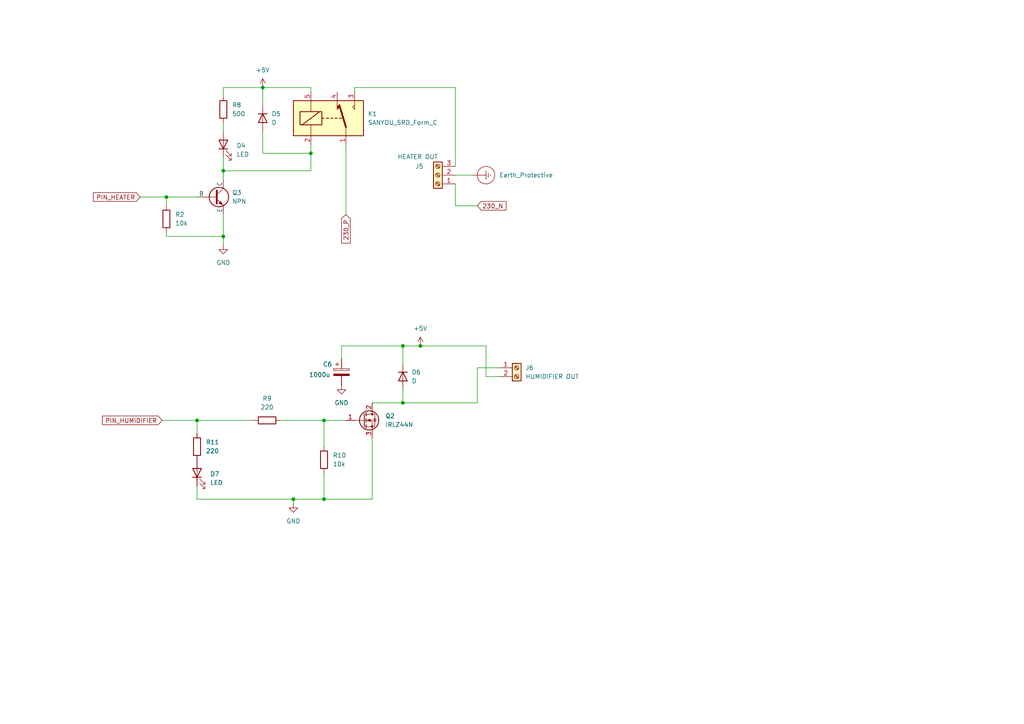
<source format=kicad_sch>
(kicad_sch (version 20231120) (generator "eeschema") (generator_version "8.0")
  (paper "A4")
  (lib_symbols
    (symbol "Connector:Screw_Terminal_01x02" (pin_names (offset 1.016) hide)
      (property "Reference" "J" (at 0 2.54 0))
      (property "Value" "Screw_Terminal_01x02" (at 0 -5.08 0))
      (symbol "Screw_Terminal_01x02_1_1"
        (rectangle (start -1.27 1.27) (end 1.27 -3.81) (stroke (width 0.254)) (fill (type background)))
        (circle (center 0 -2.54) (radius 0.635) (stroke (width 0.1524)))
        (polyline (pts (xy -0.5334 -2.2098) (xy 0.3302 -3.048)) (stroke (width 0.1524)))
        (polyline (pts (xy -0.5334 0.3302) (xy 0.3302 -0.508)) (stroke (width 0.1524)))
        (polyline (pts (xy -0.3556 -2.032) (xy 0.508 -2.8702)) (stroke (width 0.1524)))
        (polyline (pts (xy -0.3556 0.508) (xy 0.508 -0.3302)) (stroke (width 0.1524)))
        (circle (center 0 0) (radius 0.635) (stroke (width 0.1524)))
        (pin passive line (at -5.08 0 0) (length 3.81) (name "Pin_1") (number "1"))
        (pin passive line (at -5.08 -2.54 0) (length 3.81) (name "Pin_2") (number "2"))
      )
    )
    (symbol "Connector:Screw_Terminal_01x03" (pin_names (offset 1.016) hide)
      (property "Reference" "J" (at 0 5.08 0))
      (property "Value" "Screw_Terminal_01x03" (at 0 -5.08 0))
      (symbol "Screw_Terminal_01x03_1_1"
        (rectangle (start -1.27 3.81) (end 1.27 -3.81) (stroke (width 0.254)) (fill (type background)))
        (circle (center 0 -2.54) (radius 0.635) (stroke (width 0.1524)))
        (polyline (pts (xy -0.5334 -2.2098) (xy 0.3302 -3.048)) (stroke (width 0.1524)))
        (polyline (pts (xy -0.5334 0.3302) (xy 0.3302 -0.508)) (stroke (width 0.1524)))
        (polyline (pts (xy -0.5334 2.8702) (xy 0.3302 2.032)) (stroke (width 0.1524)))
        (polyline (pts (xy -0.3556 -2.032) (xy 0.508 -2.8702)) (stroke (width 0.1524)))
        (polyline (pts (xy -0.3556 0.508) (xy 0.508 -0.3302)) (stroke (width 0.1524)))
        (polyline (pts (xy -0.3556 3.048) (xy 0.508 2.2098)) (stroke (width 0.1524)))
        (circle (center 0 0) (radius 0.635) (stroke (width 0.1524)))
        (circle (center 0 2.54) (radius 0.635) (stroke (width 0.1524)))
        (pin passive line (at -5.08 2.54 0) (length 3.81) (name "Pin_1") (number "1"))
        (pin passive line (at -5.08 0 0) (length 3.81) (name "Pin_2") (number "2"))
        (pin passive line (at -5.08 -2.54 0) (length 3.81) (name "Pin_3") (number "3"))
      )
    )
    (symbol "Device:C_Polarized" (pin_numbers hide) (pin_names (offset 0.254))
      (property "Reference" "C" (at 0.635 2.54 0))
      (property "Value" "C_Polarized" (at 0.635 -2.54 0))
      (symbol "C_Polarized_0_1"
        (rectangle (start -2.286 0.508) (end 2.286 1.016))
        (polyline (pts (xy -1.778 2.286) (xy -0.762 2.286)))
        (polyline (pts (xy -1.27 2.794) (xy -1.27 1.778)))
        (rectangle (start 2.286 -0.508) (end -2.286 -1.016) (fill (type outline)))
      )
      (symbol "C_Polarized_1_1"
        (pin passive line (at 0 3.81 270) (length 2.794) (name "~") (number "1"))
        (pin passive line (at 0 -3.81 90) (length 2.794) (name "~") (number "2"))
      )
    )
    (symbol "Device:D" (pin_numbers hide) (pin_names (offset 1.016) hide)
      (property "Reference" "D" (at 0 2.54 0))
      (property "Value" "D" (at 0 -2.54 0))
      (symbol "D_0_1"
        (polyline (pts (xy -1.27 1.27) (xy -1.27 -1.27)) (stroke (width 0.254)))
        (polyline (pts (xy 1.27 0) (xy -1.27 0)))
        (polyline (pts (xy 1.27 1.27) (xy 1.27 -1.27) (xy -1.27 0) (xy 1.27 1.27)) (stroke (width 0.254)))
      )
      (symbol "D_1_1"
        (pin passive line (at -3.81 0 0) (length 2.54) (name "K") (number "1"))
        (pin passive line (at 3.81 0 180) (length 2.54) (name "A") (number "2"))
      )
    )
    (symbol "Device:LED" (pin_numbers hide) (pin_names (offset 1.016) hide)
      (property "Reference" "D" (at 0 2.54 0))
      (property "Value" "LED" (at 0 -2.54 0))
      (symbol "LED_0_1"
        (polyline (pts (xy -1.27 -1.27) (xy -1.27 1.27)) (stroke (width 0.254)))
        (polyline (pts (xy -1.27 0) (xy 1.27 0)))
        (polyline (pts (xy 1.27 -1.27) (xy 1.27 1.27) (xy -1.27 0) (xy 1.27 -1.27)) (stroke (width 0.254)))
        (polyline (pts (xy -3.048 -0.762) (xy -4.572 -2.286) (xy -3.81 -2.286) (xy -4.572 -2.286) (xy -4.572 -1.524)))
        (polyline (pts (xy -1.778 -0.762) (xy -3.302 -2.286) (xy -2.54 -2.286) (xy -3.302 -2.286) (xy -3.302 -1.524)))
      )
      (symbol "LED_1_1"
        (pin passive line (at -3.81 0 0) (length 2.54) (name "K") (number "1"))
        (pin passive line (at 3.81 0 180) (length 2.54) (name "A") (number "2"))
      )
    )
    (symbol "Device:R" (pin_numbers hide) (pin_names (offset 0))
      (property "Reference" "R" (at 2.032 0 90))
      (property "Value" "R" (at 0 0 90))
      (symbol "R_0_1"
        (rectangle (start -1.016 -2.54) (end 1.016 2.54) (stroke (width 0.254)))
      )
      (symbol "R_1_1"
        (pin passive line (at 0 3.81 270) (length 1.27) (name "~") (number "1"))
        (pin passive line (at 0 -3.81 90) (length 1.27) (name "~") (number "2"))
      )
    )
    (symbol "Relay:SANYOU_SRD_Form_C"
      (property "Reference" "K" (at 11.43 3.81 0))
      (property "Value" "SANYOU_SRD_Form_C" (at 11.43 1.27 0))
      (symbol "SANYOU_SRD_Form_C_0_0"
        (polyline (pts (xy 7.62 5.08) (xy 7.62 2.54) (xy 6.985 3.175) (xy 7.62 3.81)))
      )
      (symbol "SANYOU_SRD_Form_C_0_1"
        (rectangle (start -10.16 5.08) (end 10.16 -5.08) (stroke (width 0.254)) (fill (type background)))
        (rectangle (start -8.255 1.905) (end -1.905 -1.905) (stroke (width 0.254)))
        (polyline (pts (xy -7.62 -1.905) (xy -2.54 1.905)) (stroke (width 0.254)))
        (polyline (pts (xy -5.08 -5.08) (xy -5.08 -1.905)))
        (polyline (pts (xy -5.08 5.08) (xy -5.08 1.905)))
        (polyline (pts (xy -1.905 0) (xy -1.27 0)) (stroke (width 0.254)))
        (polyline (pts (xy -0.635 0) (xy 0 0)) (stroke (width 0.254)))
        (polyline (pts (xy 0.635 0) (xy 1.27 0)) (stroke (width 0.254)))
        (polyline (pts (xy 1.905 0) (xy 2.54 0)) (stroke (width 0.254)))
        (polyline (pts (xy 3.175 0) (xy 3.81 0)) (stroke (width 0.254)))
        (polyline (pts (xy 5.08 -2.54) (xy 3.175 3.81)) (stroke (width 0.508)))
        (polyline (pts (xy 5.08 -2.54) (xy 5.08 -5.08)))
      )
      (symbol "SANYOU_SRD_Form_C_1_1"
        (polyline (pts (xy 2.54 3.81) (xy 3.175 3.175) (xy 2.54 2.54) (xy 2.54 5.08)) (fill (type outline)))
        (pin passive line (at 5.08 -7.62 90) (length 2.54) (name "~") (number "1"))
        (pin passive line (at -5.08 -7.62 90) (length 2.54) (name "~") (number "2"))
        (pin passive line (at 7.62 7.62 270) (length 2.54) (name "~") (number "3"))
        (pin passive line (at 2.54 7.62 270) (length 2.54) (name "~") (number "4"))
        (pin passive line (at -5.08 7.62 270) (length 2.54) (name "~") (number "5"))
      )
    )
    (symbol "Simulation_SPICE:NPN" (pin_numbers hide) (pin_names (offset 0))
      (property "Reference" "Q" (at -2.54 7.62 0))
      (property "Value" "NPN" (at -2.54 5.08 0))
      (symbol "NPN_0_1"
        (polyline (pts (xy -2.54 0) (xy 0.635 0)) (stroke (width 0.1524)))
        (polyline (pts (xy 0.635 0.635) (xy 2.54 2.54)))
        (polyline (pts (xy 2.794 -1.27) (xy 2.794 -1.27)) (stroke (width 0.1524)))
        (polyline (pts (xy 2.794 -1.27) (xy 2.794 -1.27)) (stroke (width 0.1524)))
        (polyline (pts (xy 0.635 -0.635) (xy 2.54 -2.54) (xy 2.54 -2.54)))
        (polyline (pts (xy 0.635 1.905) (xy 0.635 -1.905) (xy 0.635 -1.905)) (stroke (width 0.508)))
        (polyline (pts (xy 1.27 -1.778) (xy 1.778 -1.27) (xy 2.286 -2.286) (xy 1.27 -1.778) (xy 1.27 -1.778)) (fill (type outline)))
        (circle (center 1.27 0) (radius 2.8194) (stroke (width 0.254)))
      )
      (symbol "NPN_1_1"
        (pin open_collector line (at 2.54 5.08 270) (length 2.54) (name "C") (number "1"))
        (pin input line (at -5.08 0 0) (length 2.54) (name "B") (number "2"))
        (pin open_emitter line (at 2.54 -5.08 90) (length 2.54) (name "E") (number "3"))
      )
    )
    (symbol "Transistor_FET:IRLZ44N" (pin_names hide)
      (property "Reference" "Q" (at 5.08 1.905 0))
      (property "Value" "IRLZ44N" (at 5.08 0 0))
      (symbol "IRLZ44N_0_1"
        (polyline (pts (xy 0.254 0) (xy -2.54 0)))
        (polyline (pts (xy 0.254 1.905) (xy 0.254 -1.905)) (stroke (width 0.254)))
        (polyline (pts (xy 0.762 -1.27) (xy 0.762 -2.286)) (stroke (width 0.254)))
        (polyline (pts (xy 0.762 0.508) (xy 0.762 -0.508)) (stroke (width 0.254)))
        (polyline (pts (xy 0.762 2.286) (xy 0.762 1.27)) (stroke (width 0.254)))
        (polyline (pts (xy 2.54 2.54) (xy 2.54 1.778)))
        (polyline (pts (xy 2.54 -2.54) (xy 2.54 0) (xy 0.762 0)))
        (polyline (pts (xy 0.762 -1.778) (xy 3.302 -1.778) (xy 3.302 1.778) (xy 0.762 1.778)))
        (polyline (pts (xy 1.016 0) (xy 2.032 0.381) (xy 2.032 -0.381) (xy 1.016 0)) (fill (type outline)))
        (polyline (pts (xy 2.794 0.508) (xy 2.921 0.381) (xy 3.683 0.381) (xy 3.81 0.254)))
        (polyline (pts (xy 3.302 0.381) (xy 2.921 -0.254) (xy 3.683 -0.254) (xy 3.302 0.381)))
        (circle (center 1.651 0) (radius 2.794) (stroke (width 0.254)))
        (circle (center 2.54 -1.778) (radius 0.254) (fill (type outline)))
        (circle (center 2.54 1.778) (radius 0.254) (fill (type outline)))
      )
      (symbol "IRLZ44N_1_1"
        (pin input line (at -5.08 0 0) (length 2.54) (name "G") (number "1"))
        (pin passive line (at 2.54 5.08 270) (length 2.54) (name "D") (number "2"))
        (pin passive line (at 2.54 -5.08 90) (length 2.54) (name "S") (number "3"))
      )
    )
    (symbol "power:+5V" (power) (pin_numbers hide) (pin_names (offset 0) hide)
      (property "Value" "+5V" (at 0 3.556 0))
      (symbol "+5V_0_1"
        (polyline (pts (xy -0.762 1.27) (xy 0 2.54)))
        (polyline (pts (xy 0 0) (xy 0 2.54)))
        (polyline (pts (xy 0 2.54) (xy 0.762 1.27)))
      )
      (symbol "+5V_1_1"
        (pin power_in line (at 0 0 90) (length 0) (name "~") (number "1"))
      )
    )
    (symbol "power:Earth_Protective" (power) (pin_numbers hide) (pin_names (offset 0) hide)
      (property "Value" "Earth_Protective" (at 0 -7.62 0))
      (symbol "Earth_Protective_0_1"
        (circle (center 0 -3.81) (radius 2.54))
        (polyline (pts (xy -0.635 -4.445) (xy 0.635 -4.445)))
        (polyline (pts (xy -0.127 -5.08) (xy 0.127 -5.08)))
        (polyline (pts (xy 0 -3.81) (xy 0 0)))
        (polyline (pts (xy 1.27 -3.81) (xy -1.27 -3.81)))
      )
      (symbol "Earth_Protective_1_1"
        (pin power_in line (at 0 0 270) (length 0) (name "~") (number "1"))
      )
    )
    (symbol "power:GND" (power) (pin_numbers hide) (pin_names (offset 0) hide)
      (property "Value" "GND" (at 0 -3.81 0))
      (symbol "GND_0_1"
        (polyline (pts (xy 0 0) (xy 0 -1.27) (xy 1.27 -1.27) (xy 0 -2.54) (xy -1.27 -1.27) (xy 0 -1.27)))
      )
      (symbol "GND_1_1"
        (pin power_in line (at 0 0 270) (length 0) (name "~") (number "1"))
      )
    )
  )
  (junction (at 121.92 100.33))
  (junction (at 48.26 57.15))
  (junction (at 116.84 100.33))
  (junction (at 64.77 49.53))
  (junction (at 57.15 121.92))
  (junction (at 64.77 68.58))
  (junction (at 93.98 121.92))
  (junction (at 90.17 44.45))
  (junction (at 76.2 25.4))
  (junction (at 85.09 144.78))
  (junction (at 93.98 144.78))
  (junction (at 116.84 116.84))
  (wire (pts (xy 64.77 25.4) (xy 76.2 25.4)))
  (wire (pts (xy 93.98 121.92) (xy 93.98 129.54)))
  (wire (pts (xy 90.17 26.67) (xy 90.17 25.4)))
  (wire (pts (xy 57.15 144.78) (xy 57.15 140.97)))
  (wire (pts (xy 138.43 106.68) (xy 138.43 116.84)))
  (wire (pts (xy 64.77 35.56) (xy 64.77 38.1)))
  (wire (pts (xy 85.09 144.78) (xy 93.98 144.78)))
  (wire (pts (xy 99.06 100.33) (xy 116.84 100.33)))
  (wire (pts (xy 57.15 144.78) (xy 85.09 144.78)))
  (wire (pts (xy 93.98 144.78) (xy 107.95 144.78)))
  (wire (pts (xy 107.95 127) (xy 107.95 144.78)))
  (wire (pts (xy 140.97 100.33) (xy 121.92 100.33)))
  (wire (pts (xy 64.77 45.72) (xy 64.77 49.53)))
  (wire (pts (xy 64.77 62.23) (xy 64.77 68.58)))
  (wire (pts (xy 144.78 106.68) (xy 138.43 106.68)))
  (wire (pts (xy 76.2 38.1) (xy 76.2 44.45)))
  (wire (pts (xy 48.26 67.31) (xy 48.26 68.58)))
  (wire (pts (xy 64.77 71.12) (xy 64.77 68.58)))
  (wire (pts (xy 40.64 57.15) (xy 48.26 57.15)))
  (wire (pts (xy 102.87 25.4) (xy 102.87 26.67)))
  (wire (pts (xy 116.84 100.33) (xy 121.92 100.33)))
  (wire (pts (xy 132.08 25.4) (xy 132.08 48.26)))
  (wire (pts (xy 48.26 68.58) (xy 64.77 68.58)))
  (wire (pts (xy 138.43 59.69) (xy 132.08 59.69)))
  (wire (pts (xy 93.98 121.92) (xy 100.33 121.92)))
  (wire (pts (xy 100.33 41.91) (xy 100.33 62.23)))
  (wire (pts (xy 93.98 137.16) (xy 93.98 144.78)))
  (wire (pts (xy 132.08 59.69) (xy 132.08 53.34)))
  (wire (pts (xy 140.97 109.22) (xy 140.97 100.33)))
  (wire (pts (xy 46.99 121.92) (xy 57.15 121.92)))
  (wire (pts (xy 81.28 121.92) (xy 93.98 121.92)))
  (wire (pts (xy 116.84 116.84) (xy 138.43 116.84)))
  (wire (pts (xy 76.2 25.4) (xy 90.17 25.4)))
  (wire (pts (xy 107.95 116.84) (xy 116.84 116.84)))
  (wire (pts (xy 90.17 44.45) (xy 90.17 49.53)))
  (wire (pts (xy 144.78 109.22) (xy 140.97 109.22)))
  (wire (pts (xy 90.17 41.91) (xy 90.17 44.45)))
  (wire (pts (xy 48.26 57.15) (xy 48.26 59.69)))
  (wire (pts (xy 132.08 25.4) (xy 102.87 25.4)))
  (wire (pts (xy 76.2 25.4) (xy 76.2 30.48)))
  (wire (pts (xy 57.15 121.92) (xy 73.66 121.92)))
  (wire (pts (xy 57.15 121.92) (xy 57.15 125.73)))
  (wire (pts (xy 116.84 116.84) (xy 116.84 113.03)))
  (wire (pts (xy 99.06 104.14) (xy 99.06 100.33)))
  (wire (pts (xy 76.2 44.45) (xy 90.17 44.45)))
  (wire (pts (xy 48.26 57.15) (xy 57.15 57.15)))
  (wire (pts (xy 64.77 27.94) (xy 64.77 25.4)))
  (wire (pts (xy 116.84 100.33) (xy 116.84 105.41)))
  (wire (pts (xy 64.77 49.53) (xy 64.77 52.07)))
  (wire (pts (xy 132.08 50.8) (xy 137.16 50.8)))
  (wire (pts (xy 90.17 49.53) (xy 64.77 49.53)))
  (wire (pts (xy 85.09 146.05) (xy 85.09 144.78)))
  (global_label "PIN_HEATER" (shape input) (at 40.64 57.15 180) (property "Intersheetrefs" "${INTERSHEET_REFS}" (effects (hide yes))))
  (global_label "230_P" (shape input) (at 100.33 62.23 270) (property "Intersheetrefs" "${INTERSHEET_REFS}" (effects (hide yes))))
  (global_label "230_N" (shape input) (at 138.43 59.69 0) (property "Intersheetrefs" "${INTERSHEET_REFS}" (effects (hide yes))))
  (global_label "PIN_HUMIDIFIER" (shape input) (at 46.99 121.92 180) (property "Intersheetrefs" "${INTERSHEET_REFS}" (effects (hide yes))))
  (symbol (lib_id "power:GND") (at 85.09 146.05 0) (unit 1)
    (property "Reference" "#PWR014" (effects (hide yes)))
    (property "Value" "GND" (at 85.09 151.13 0))
    (property "Description" "Power symbol creates a global label with name \"GND\" , ground" (effects (hide yes)))
  )
  (symbol (lib_id "power:+5V") (at 121.92 100.33 0) (unit 1)
    (property "Reference" "#PWR013" (effects (hide yes)))
    (property "Value" "+5V" (at 121.92 95.25 0))
    (property "Description" "Power symbol creates a global label with name \"+5V\"" (effects (hide yes)))
  )
  (symbol (lib_id "Device:R") (at 48.26 63.5 0) (unit 1)
    (property "Reference" "R2" (at 50.8 62.2299 0) (effects (justify left)))
    (property "Value" "10k" (at 50.8 64.7699 0) (effects (justify left)))
    (property "Description" "Resistor" (effects (hide yes)))
  )
  (symbol (lib_id "Device:LED") (at 57.15 137.16 90) (unit 1)
    (property "Reference" "D7" (at 60.96 137.4774 90) (effects (justify right)))
    (property "Value" "LED" (at 60.96 140.0174 90) (effects (justify right)))
    (property "Footprint" "LED_THT:LED_D3.0mm" (effects (hide yes)))
    (property "Description" "Light emitting diode" (effects (hide yes)))
  )
  (symbol (lib_id "Device:LED") (at 64.77 41.91 90) (unit 1)
    (property "Reference" "D4" (at 68.58 42.2274 90) (effects (justify right)))
    (property "Value" "LED" (at 68.58 44.7674 90) (effects (justify right)))
    (property "Footprint" "LED_THT:LED_D3.0mm" (effects (hide yes)))
    (property "Description" "Light emitting diode" (effects (hide yes)))
  )
  (symbol (lib_id "Device:R") (at 93.98 133.35 0) (unit 1)
    (property "Reference" "R10" (at 96.52 132.0799 0) (effects (justify left)))
    (property "Value" "10k" (at 96.52 134.6199 0) (effects (justify left)))
    (property "Footprint" "Resistor_THT:R_Axial_DIN0411_L9.9mm_D3.6mm_P12.70mm_Horizontal" (effects (hide yes)))
    (property "Description" "Resistor" (effects (hide yes)))
  )
  (symbol (lib_id "Device:R") (at 77.47 121.92 90) (unit 1)
    (property "Reference" "R9" (at 77.47 115.57 90))
    (property "Value" "220" (at 77.47 118.11 90))
    (property "Footprint" "Resistor_THT:R_Axial_DIN0411_L9.9mm_D3.6mm_P12.70mm_Horizontal" (effects (hide yes)))
    (property "Description" "Resistor" (effects (hide yes)))
  )
  (symbol (lib_id "Relay:SANYOU_SRD_Form_C") (at 95.25 34.29 0) (unit 1)
    (property "Reference" "K1" (at 106.68 33.0199 0) (effects (justify left)))
    (property "Value" "SANYOU_SRD_Form_C" (at 106.68 35.5599 0) (effects (justify left)))
    (property "Footprint" "Relay_THT:Relay_SPDT_SANYOU_SRD_Series_Form_C" (effects (hide yes)))
    (property "Datasheet" "http://www.sanyourelay.ca/public/products/pdf/SRD.pdf" (effects (hide yes)))
    (property "Description" "Sanyo SRD relay, Single Pole Miniature Power Relay," (effects (hide yes)))
  )
  (symbol (lib_id "Device:D") (at 116.84 109.22 270) (unit 1)
    (property "Reference" "D6" (at 119.38 107.9499 90) (effects (justify left)))
    (property "Value" "D" (at 119.38 110.4899 90) (effects (justify left)))
    (property "Footprint" "Diode_THT:D_A-405_P7.62mm_Horizontal" (effects (hide yes)))
    (property "Description" "Diode" (effects (hide yes)))
    (property "Sim.Device" "D" (effects (hide yes)))
    (property "Sim.Pins" "1=K 2=A" (effects (hide yes)))
  )
  (symbol (lib_id "Connector:Screw_Terminal_01x02") (at 149.86 106.68 0) (unit 1)
    (property "Reference" "J6" (at 152.4 106.6799 0) (effects (justify left)))
    (property "Value" "HUMIDIFIER OUT" (at 152.4 109.2199 0) (effects (justify left)))
    (property "Footprint" "TerminalBlock_Phoenix:TerminalBlock_Phoenix_MKDS-1,5-2-5.08_1x02_P5.08mm_Horizontal" (effects (hide yes)))
    (property "Description" "Generic screw terminal, single row, 01x02, script generated (kicad-library-utils/schlib/autogen/connector/)" (effects (hide yes)))
  )
  (symbol (lib_id "Transistor_FET:IRLZ44N") (at 105.41 121.92 0) (unit 1)
    (property "Reference" "Q2" (at 111.76 120.6499 0) (effects (justify left)))
    (property "Value" "IRLZ44N" (at 111.76 123.1899 0) (effects (justify left)))
    (property "Footprint" "Package_TO_SOT_THT:TO-220-3_Vertical" (effects (hide yes)))
    (property "Datasheet" "http://www.irf.com/product-info/datasheets/data/irlz44n.pdf" (effects (hide yes)))
    (property "Description" "47A Id, 55V Vds, 22mOhm Rds Single N-Channel HEXFET Power MOSFET, TO-220AB" (effects (hide yes)))
  )
  (symbol (lib_id "Device:D") (at 76.2 34.29 270) (unit 1)
    (property "Reference" "D5" (at 78.74 33.0199 90) (effects (justify left)))
    (property "Value" "D" (at 78.74 35.5599 90) (effects (justify left)))
    (property "Footprint" "Diode_THT:D_A-405_P7.62mm_Horizontal" (effects (hide yes)))
    (property "Description" "Diode" (effects (hide yes)))
    (property "Sim.Device" "D" (effects (hide yes)))
    (property "Sim.Pins" "1=K 2=A" (effects (hide yes)))
  )
  (symbol (lib_id "power:Earth_Protective") (at 137.16 50.8 90) (unit 1)
    (property "Reference" "#PWR015" (effects (hide yes)))
    (property "Value" "Earth_Protective" (at 144.78 50.7999 90) (effects (justify right)))
    (property "Description" "Power symbol creates a global label with name \"Earth_Protective\"" (effects (hide yes)))
  )
  (symbol (lib_id "power:+5V") (at 76.2 25.4 0) (unit 1)
    (property "Reference" "#PWR011" (effects (hide yes)))
    (property "Value" "+5V" (at 76.2 20.32 0))
    (property "Description" "Power symbol creates a global label with name \"+5V\"" (effects (hide yes)))
  )
  (symbol (lib_id "Simulation_SPICE:NPN") (at 62.23 57.15 0) (unit 1)
    (property "Reference" "Q3" (at 67.31 55.8799 0) (effects (justify left)))
    (property "Value" "NPN" (at 67.31 58.4199 0) (effects (justify left)))
    (property "Footprint" "Package_TO_SOT_THT:TO-126-3_Vertical" (effects (hide yes)))
    (property "Datasheet" "https://ngspice.sourceforge.io/docs/ngspice-html-manual/manual.xhtml#cha_BJTs" (effects (hide yes)))
    (property "Description" "Bipolar transistor symbol for simulation only, substrate tied to the emitter" (effects (hide yes)))
    (property "Sim.Device" "NPN" (effects (hide yes)))
    (property "Sim.Type" "GUMMELPOON" (effects (hide yes)))
    (property "Sim.Pins" "1=C 2=B 3=E" (effects (hide yes)))
  )
  (symbol (lib_id "power:GND") (at 99.06 111.76 0) (unit 1)
    (property "Reference" "#PWR021" (effects (hide yes)))
    (property "Value" "GND" (at 99.06 116.84 0))
    (property "Description" "Power symbol creates a global label with name \"GND\" , ground" (effects (hide yes)))
  )
  (symbol (lib_id "Connector:Screw_Terminal_01x03") (at 127 50.8 180) (unit 1)
    (property "Reference" "J5" (at 121.666 48.26 0))
    (property "Value" "HEATER OUT" (at 121.158 45.466 0))
    (property "Footprint" "TerminalBlock_Phoenix:TerminalBlock_Phoenix_MKDS-1,5-3-5.08_1x03_P5.08mm_Horizontal" (effects (hide yes)))
    (property "Description" "Generic screw terminal, single row, 01x03, script generated (kicad-library-utils/schlib/autogen/connector/)" (effects (hide yes)))
  )
  (symbol (lib_id "Device:R") (at 57.15 129.54 0) (unit 1)
    (property "Reference" "R11" (at 59.69 128.2699 0) (effects (justify left)))
    (property "Value" "220" (at 59.69 130.8099 0) (effects (justify left)))
    (property "Footprint" "Resistor_THT:R_Axial_DIN0411_L9.9mm_D3.6mm_P12.70mm_Horizontal" (effects (hide yes)))
    (property "Description" "Resistor" (effects (hide yes)))
  )
  (symbol (lib_id "power:GND") (at 64.77 71.12 0) (unit 1)
    (property "Reference" "#PWR012" (effects (hide yes)))
    (property "Value" "GND" (at 64.77 76.2 0))
    (property "Description" "Power symbol creates a global label with name \"GND\" , ground" (effects (hide yes)))
  )
  (symbol (lib_id "Device:C_Polarized") (at 99.06 107.95 0) (unit 1)
    (property "Reference" "C6" (at 94.996 105.664 0))
    (property "Value" "1000u" (at 92.71 108.712 0))
    (property "Footprint" "Capacitor_THT:CP_Radial_D12.5mm_P5.00mm" (effects (hide yes)))
    (property "Description" "Polarized capacitor" (effects (hide yes)))
  )
  (symbol (lib_id "Device:R") (at 64.77 31.75 0) (unit 1)
    (property "Reference" "R8" (at 67.31 30.4799 0) (effects (justify left)))
    (property "Value" "500" (at 67.31 33.0199 0) (effects (justify left)))
    (property "Footprint" "Resistor_THT:R_Axial_DIN0411_L9.9mm_D3.6mm_P12.70mm_Horizontal" (effects (hide yes)))
    (property "Description" "Resistor" (effects (hide yes)))
  )
)
</source>
